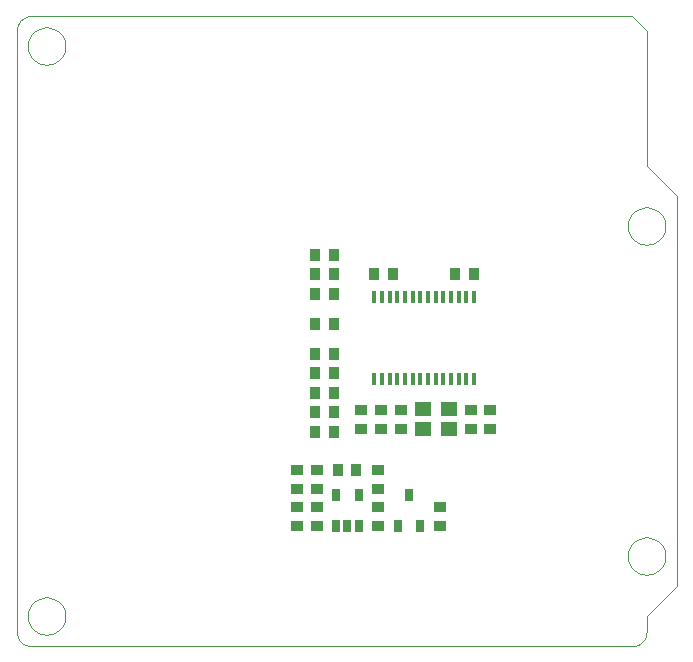
<source format=gbr>
G04 PROTEUS RS274X GERBER FILE*
%FSLAX45Y45*%
%MOMM*%
G01*
%ADD18R,0.350000X1.100000*%
%ADD19R,0.900000X1.050000*%
%ADD70R,1.400000X1.200000*%
%ADD71R,1.050000X0.900000*%
%ADD20R,0.660000X1.000000*%
%ADD21R,0.711200X0.990600*%
%ADD22C,0.025400*%
D18*
X+3873500Y+2959100D03*
X+3808500Y+2959100D03*
X+3743500Y+2959100D03*
X+3678500Y+2959100D03*
X+3613500Y+2959100D03*
X+3548500Y+2959100D03*
X+3483500Y+2959100D03*
X+3418500Y+2959100D03*
X+3353500Y+2959100D03*
X+3288500Y+2959100D03*
X+3223500Y+2959100D03*
X+3158500Y+2959100D03*
X+3093500Y+2959100D03*
X+3028500Y+2959100D03*
X+3028500Y+2259100D03*
X+3093500Y+2259100D03*
X+3158500Y+2259100D03*
X+3223500Y+2259100D03*
X+3288500Y+2259100D03*
X+3353500Y+2259100D03*
X+3418500Y+2259100D03*
X+3483500Y+2259100D03*
X+3548500Y+2259100D03*
X+3613500Y+2259100D03*
X+3678500Y+2259100D03*
X+3743500Y+2259100D03*
X+3808500Y+2259100D03*
X+3873500Y+2259100D03*
D19*
X+2687300Y+2476500D03*
X+2527300Y+2476500D03*
X+2527300Y+2311400D03*
X+2687300Y+2311400D03*
X+2687300Y+2730500D03*
X+2527300Y+2730500D03*
X+2527300Y+2984500D03*
X+2687300Y+2984500D03*
X+2687300Y+2146300D03*
X+2527300Y+2146300D03*
X+2687300Y+3149600D03*
X+2527300Y+3149600D03*
X+2687300Y+3314700D03*
X+2527300Y+3314700D03*
D70*
X+3440550Y+1835100D03*
X+3660550Y+1835100D03*
X+3660550Y+2005100D03*
X+3440550Y+2005100D03*
D19*
X+3873500Y+3149600D03*
X+3713500Y+3149600D03*
X+3028500Y+3149600D03*
X+3188500Y+3149600D03*
X+2527300Y+1981200D03*
X+2687300Y+1981200D03*
X+2527300Y+1816100D03*
X+2687300Y+1816100D03*
D71*
X+3250050Y+1995100D03*
X+3250050Y+1835100D03*
X+3844700Y+1835100D03*
X+3844700Y+1995100D03*
X+4009800Y+1995100D03*
X+4009800Y+1835100D03*
X+2917600Y+1995100D03*
X+2917600Y+1835100D03*
X+3082700Y+1995100D03*
X+3082700Y+1835100D03*
D20*
X+2705100Y+1016000D03*
X+2800100Y+1016000D03*
X+2895100Y+1016000D03*
X+2895100Y+1276000D03*
X+2705100Y+1276000D03*
D21*
X+3225800Y+1016000D03*
X+3416300Y+1016000D03*
X+3319780Y+1277620D03*
D71*
X+2540000Y+1016000D03*
X+2540000Y+1176000D03*
X+3587750Y+1016000D03*
X+3587750Y+1176000D03*
X+3060700Y+1327150D03*
X+3060700Y+1487150D03*
X+3060700Y+1016000D03*
X+3060700Y+1176000D03*
X+2540000Y+1487150D03*
X+2540000Y+1327150D03*
X+2374900Y+1487150D03*
X+2374900Y+1327150D03*
D19*
X+2876550Y+1487150D03*
X+2716550Y+1487150D03*
D71*
X+2374900Y+1016000D03*
X+2374900Y+1176000D03*
D22*
X+5492750Y+762000D02*
X+5492220Y+774958D01*
X+5487916Y+800876D01*
X+5478925Y+826794D01*
X+5464280Y+852712D01*
X+5441876Y+878466D01*
X+5415958Y+897958D01*
X+5390040Y+910530D01*
X+5364122Y+917866D01*
X+5338204Y+920694D01*
X+5334000Y+920750D01*
X+5175250Y+762000D02*
X+5175780Y+774958D01*
X+5180084Y+800876D01*
X+5189075Y+826794D01*
X+5203720Y+852712D01*
X+5226124Y+878466D01*
X+5252042Y+897958D01*
X+5277960Y+910530D01*
X+5303878Y+917866D01*
X+5329796Y+920694D01*
X+5334000Y+920750D01*
X+5175250Y+762000D02*
X+5175780Y+749042D01*
X+5180084Y+723124D01*
X+5189075Y+697206D01*
X+5203720Y+671288D01*
X+5226124Y+645534D01*
X+5252042Y+626042D01*
X+5277960Y+613470D01*
X+5303878Y+606134D01*
X+5329796Y+603306D01*
X+5334000Y+603250D01*
X+5492750Y+762000D02*
X+5492220Y+749042D01*
X+5487916Y+723124D01*
X+5478925Y+697206D01*
X+5464280Y+671288D01*
X+5441876Y+645534D01*
X+5415958Y+626042D01*
X+5390040Y+613470D01*
X+5364122Y+606134D01*
X+5338204Y+603306D01*
X+5334000Y+603250D01*
X+5492750Y+3556000D02*
X+5492220Y+3568958D01*
X+5487916Y+3594876D01*
X+5478925Y+3620794D01*
X+5464280Y+3646712D01*
X+5441876Y+3672466D01*
X+5415958Y+3691958D01*
X+5390040Y+3704530D01*
X+5364122Y+3711866D01*
X+5338204Y+3714694D01*
X+5334000Y+3714750D01*
X+5175250Y+3556000D02*
X+5175780Y+3568958D01*
X+5180084Y+3594876D01*
X+5189075Y+3620794D01*
X+5203720Y+3646712D01*
X+5226124Y+3672466D01*
X+5252042Y+3691958D01*
X+5277960Y+3704530D01*
X+5303878Y+3711866D01*
X+5329796Y+3714694D01*
X+5334000Y+3714750D01*
X+5175250Y+3556000D02*
X+5175780Y+3543042D01*
X+5180084Y+3517124D01*
X+5189075Y+3491206D01*
X+5203720Y+3465288D01*
X+5226124Y+3439534D01*
X+5252042Y+3420042D01*
X+5277960Y+3407470D01*
X+5303878Y+3400134D01*
X+5329796Y+3397306D01*
X+5334000Y+3397250D01*
X+5492750Y+3556000D02*
X+5492220Y+3543042D01*
X+5487916Y+3517124D01*
X+5478925Y+3491206D01*
X+5464280Y+3465288D01*
X+5441876Y+3439534D01*
X+5415958Y+3420042D01*
X+5390040Y+3407470D01*
X+5364122Y+3400134D01*
X+5338204Y+3397306D01*
X+5334000Y+3397250D01*
X+412750Y+5080000D02*
X+412220Y+5092958D01*
X+407916Y+5118876D01*
X+398925Y+5144794D01*
X+384280Y+5170712D01*
X+361876Y+5196466D01*
X+335958Y+5215958D01*
X+310040Y+5228530D01*
X+284122Y+5235866D01*
X+258204Y+5238694D01*
X+254000Y+5238750D01*
X+95250Y+5080000D02*
X+95780Y+5092958D01*
X+100084Y+5118876D01*
X+109075Y+5144794D01*
X+123720Y+5170712D01*
X+146124Y+5196466D01*
X+172042Y+5215958D01*
X+197960Y+5228530D01*
X+223878Y+5235866D01*
X+249796Y+5238694D01*
X+254000Y+5238750D01*
X+95250Y+5080000D02*
X+95780Y+5067042D01*
X+100084Y+5041124D01*
X+109075Y+5015206D01*
X+123720Y+4989288D01*
X+146124Y+4963534D01*
X+172042Y+4944042D01*
X+197960Y+4931470D01*
X+223878Y+4924134D01*
X+249796Y+4921306D01*
X+254000Y+4921250D01*
X+412750Y+5080000D02*
X+412220Y+5067042D01*
X+407916Y+5041124D01*
X+398925Y+5015206D01*
X+384280Y+4989288D01*
X+361876Y+4963534D01*
X+335958Y+4944042D01*
X+310040Y+4931470D01*
X+284122Y+4924134D01*
X+258204Y+4921306D01*
X+254000Y+4921250D01*
X+412750Y+254000D02*
X+412220Y+266958D01*
X+407916Y+292876D01*
X+398925Y+318794D01*
X+384280Y+344712D01*
X+361876Y+370466D01*
X+335958Y+389958D01*
X+310040Y+402530D01*
X+284122Y+409866D01*
X+258204Y+412694D01*
X+254000Y+412750D01*
X+95250Y+254000D02*
X+95780Y+266958D01*
X+100084Y+292876D01*
X+109075Y+318794D01*
X+123720Y+344712D01*
X+146124Y+370466D01*
X+172042Y+389958D01*
X+197960Y+402530D01*
X+223878Y+409866D01*
X+249796Y+412694D01*
X+254000Y+412750D01*
X+95250Y+254000D02*
X+95780Y+241042D01*
X+100084Y+215124D01*
X+109075Y+189206D01*
X+123720Y+163288D01*
X+146124Y+137534D01*
X+172042Y+118042D01*
X+197960Y+105470D01*
X+223878Y+98134D01*
X+249796Y+95306D01*
X+254000Y+95250D01*
X+412750Y+254000D02*
X+412220Y+241042D01*
X+407916Y+215124D01*
X+398925Y+189206D01*
X+384280Y+163288D01*
X+361876Y+137534D01*
X+335958Y+118042D01*
X+310040Y+105470D01*
X+284122Y+98134D01*
X+258204Y+95306D01*
X+254000Y+95250D01*
X+0Y+127000D02*
X+2527Y+101032D01*
X+9798Y+77018D01*
X+21348Y+55423D01*
X+36711Y+36711D01*
X+55423Y+21347D01*
X+77018Y+9798D01*
X+101032Y+2527D01*
X+127000Y+0D01*
X+5207000Y+0D01*
X+5232967Y+2527D01*
X+5256981Y+9798D01*
X+5278577Y+21347D01*
X+5297289Y+36711D01*
X+5312652Y+55423D01*
X+5324202Y+77018D01*
X+5331473Y+101032D01*
X+5334000Y+127000D01*
X+5334000Y+254000D01*
X+5588000Y+508000D01*
X+5588000Y+3810000D01*
X+5334000Y+4064000D01*
X+5334000Y+5207000D01*
X+5207000Y+5334000D01*
X+127000Y+5334000D01*
X+101032Y+5331473D01*
X+77018Y+5324202D01*
X+55423Y+5312652D01*
X+36711Y+5297289D01*
X+21348Y+5278577D01*
X+9798Y+5256981D01*
X+2527Y+5232967D01*
X+0Y+5207000D01*
X+0Y+127000D01*
M02*

</source>
